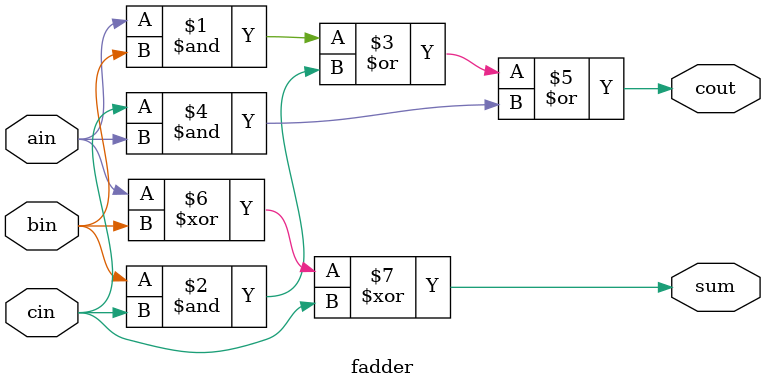
<source format=v>
module fadder(cout, sum, ain, bin, cin);
    input ain, bin, cin;
    output sum, cout;

    assign cout = (ain& bin) | (bin& cin) | (cin& ain);
    assign sum = ain^ bin^ cin;


endmodule


</source>
